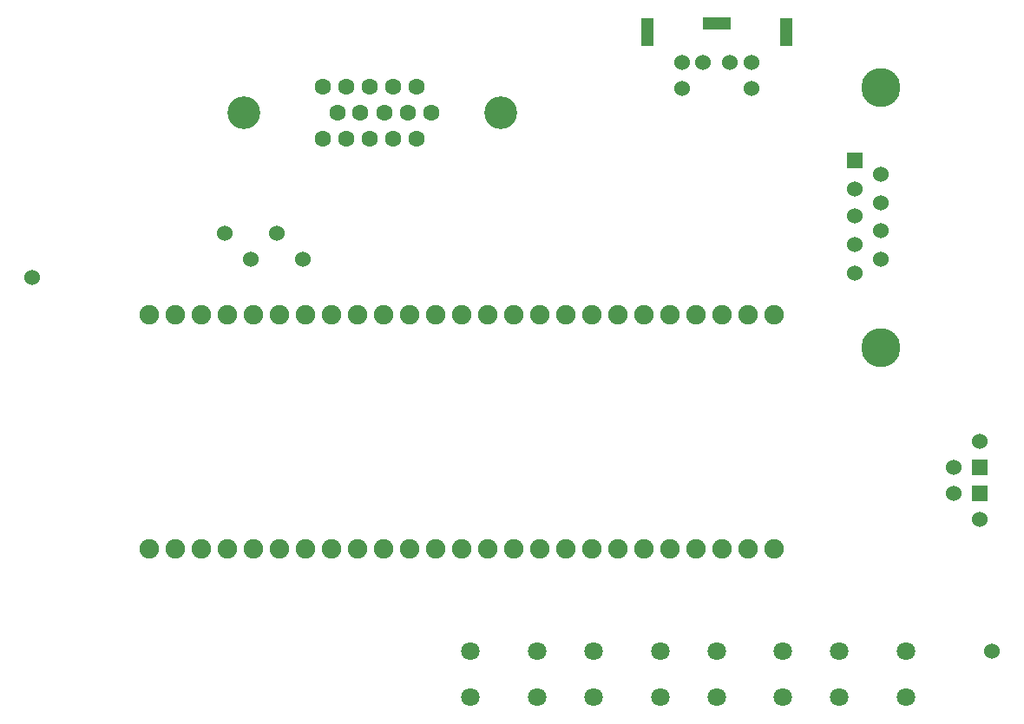
<source format=gbs>
G04 (created by PCBNEW (2014-01-10 BZR 4027)-stable) date Tue 11 Mar 2014 09:34:13 AM CET*
%MOIN*%
G04 Gerber Fmt 3.4, Leading zero omitted, Abs format*
%FSLAX34Y34*%
G01*
G70*
G90*
G04 APERTURE LIST*
%ADD10C,0.00590551*%
%ADD11C,0.075*%
%ADD12C,0.126*%
%ADD13C,0.063*%
%ADD14C,0.15*%
%ADD15R,0.06X0.06*%
%ADD16C,0.06*%
%ADD17R,0.0472441X0.110236*%
%ADD18R,0.110236X0.0472441*%
%ADD19C,0.0709*%
G04 APERTURE END LIST*
G54D10*
G54D11*
X96595Y-51640D03*
X95595Y-51640D03*
X94595Y-51640D03*
X93595Y-51640D03*
X92595Y-51640D03*
X91595Y-51640D03*
X90595Y-51640D03*
X89595Y-51640D03*
X88595Y-51640D03*
X87595Y-51640D03*
X86595Y-51640D03*
X85595Y-51640D03*
X84595Y-51640D03*
X83595Y-51640D03*
X82595Y-51640D03*
X81595Y-51640D03*
X80595Y-51640D03*
X79595Y-51640D03*
X78595Y-51640D03*
X77595Y-51640D03*
X76595Y-51640D03*
X75595Y-51640D03*
X74595Y-51640D03*
X73595Y-51640D03*
X72595Y-51640D03*
X72595Y-60640D03*
X73595Y-60640D03*
X74595Y-60640D03*
X75595Y-60640D03*
X76595Y-60640D03*
X77595Y-60640D03*
X78595Y-60640D03*
X79595Y-60640D03*
X80595Y-60640D03*
X81595Y-60640D03*
X82595Y-60640D03*
X83595Y-60640D03*
X84595Y-60640D03*
X85595Y-60640D03*
X86595Y-60640D03*
X87595Y-60640D03*
X88595Y-60640D03*
X89595Y-60640D03*
X90595Y-60640D03*
X91595Y-60640D03*
X92595Y-60640D03*
X93595Y-60640D03*
X94595Y-60640D03*
X95595Y-60640D03*
X96595Y-60640D03*
G54D12*
X76244Y-43870D03*
X86086Y-43870D03*
G54D13*
X82870Y-42870D03*
X83429Y-43870D03*
X81968Y-42870D03*
X81066Y-42870D03*
X80165Y-42870D03*
X79263Y-42870D03*
X82527Y-43870D03*
X81626Y-43870D03*
X80704Y-43870D03*
X79823Y-43870D03*
X82870Y-44870D03*
X81968Y-44870D03*
X81066Y-44870D03*
X80165Y-44870D03*
X79263Y-44870D03*
G54D14*
X100700Y-52895D03*
X100700Y-42895D03*
G54D15*
X99700Y-45695D03*
G54D16*
X99700Y-46795D03*
X99700Y-47845D03*
X99700Y-48945D03*
X99700Y-50045D03*
X100700Y-46245D03*
X100700Y-47345D03*
X100700Y-48395D03*
X100700Y-49495D03*
X93883Y-41930D03*
X94906Y-41930D03*
X93056Y-41930D03*
X95733Y-41930D03*
X93056Y-42914D03*
X95733Y-42914D03*
G54D17*
X97052Y-40748D03*
X91737Y-40748D03*
G54D18*
X94395Y-40433D03*
G54D19*
X84940Y-64574D03*
X87500Y-64574D03*
X84940Y-66346D03*
X87500Y-66346D03*
X89665Y-64574D03*
X92225Y-64574D03*
X89665Y-66346D03*
X92225Y-66346D03*
X94390Y-64574D03*
X96950Y-64574D03*
X94390Y-66346D03*
X96950Y-66346D03*
X99115Y-64574D03*
X101675Y-64574D03*
X99115Y-66346D03*
X101675Y-66346D03*
G54D15*
X104500Y-57500D03*
G54D16*
X103500Y-57500D03*
G54D15*
X104500Y-58500D03*
G54D16*
X103500Y-58500D03*
X104500Y-56500D03*
X104500Y-59500D03*
X68105Y-50185D03*
X104960Y-64570D03*
X78500Y-49500D03*
X77500Y-48500D03*
X76500Y-49500D03*
X75500Y-48500D03*
M02*

</source>
